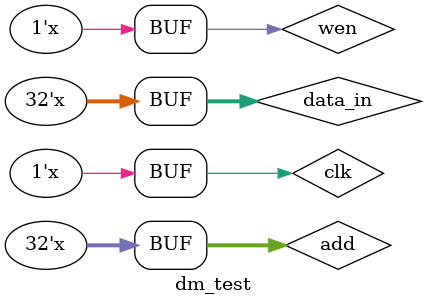
<source format=v>
`timescale 1ns / 1ps
module dm_test;
reg[31:0]data_in,add;
reg clk,wen;  
wire[31:0]data_out;   
dm uut(add,data_in,clk,wen,data_out);
initial begin
clk=0;
data_in=32'd12;
add=32'd2;
wen=1;
end
always begin
#5 clk=~clk;
wen=~wen;
data_in=data_in+1;
add=add+1;
end
endmodule

</source>
